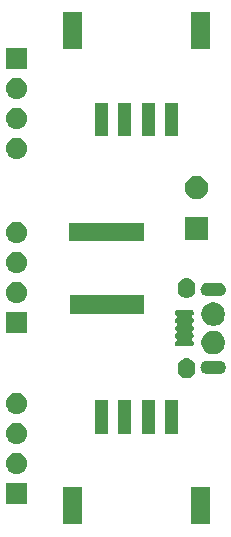
<source format=gbr>
G04 #@! TF.GenerationSoftware,KiCad,Pcbnew,5.0.1*
G04 #@! TF.CreationDate,2018-11-17T00:42:23+11:00*
G04 #@! TF.ProjectId,grove-level-shifter,67726F76652D6C6576656C2D73686966,rev?*
G04 #@! TF.SameCoordinates,Original*
G04 #@! TF.FileFunction,Soldermask,Top*
G04 #@! TF.FilePolarity,Negative*
%FSLAX46Y46*%
G04 Gerber Fmt 4.6, Leading zero omitted, Abs format (unit mm)*
G04 Created by KiCad (PCBNEW 5.0.1) date Sat 17 Nov 2018 00:42:23 AEDT*
%MOMM*%
%LPD*%
G01*
G04 APERTURE LIST*
%ADD10C,0.050000*%
G04 APERTURE END LIST*
D10*
G36*
X46837800Y-69909890D02*
X45237200Y-69909890D01*
X45237200Y-66808150D01*
X46837800Y-66808150D01*
X46837800Y-69909890D01*
X46837800Y-69909890D01*
G37*
G36*
X36042800Y-69909890D02*
X34442200Y-69909890D01*
X34442200Y-66808150D01*
X36042800Y-66808150D01*
X36042800Y-69909890D01*
X36042800Y-69909890D01*
G37*
G36*
X31381000Y-68211000D02*
X29579000Y-68211000D01*
X29579000Y-66409000D01*
X31381000Y-66409000D01*
X31381000Y-68211000D01*
X31381000Y-68211000D01*
G37*
G36*
X30590442Y-63875518D02*
X30656627Y-63882037D01*
X30769853Y-63916384D01*
X30826467Y-63933557D01*
X30965087Y-64007652D01*
X30982991Y-64017222D01*
X31018729Y-64046552D01*
X31120186Y-64129814D01*
X31203448Y-64231271D01*
X31232778Y-64267009D01*
X31232779Y-64267011D01*
X31316443Y-64423533D01*
X31316443Y-64423534D01*
X31367963Y-64593373D01*
X31385359Y-64770000D01*
X31367963Y-64946627D01*
X31333616Y-65059853D01*
X31316443Y-65116467D01*
X31242348Y-65255087D01*
X31232778Y-65272991D01*
X31203448Y-65308729D01*
X31120186Y-65410186D01*
X31018729Y-65493448D01*
X30982991Y-65522778D01*
X30982989Y-65522779D01*
X30826467Y-65606443D01*
X30769853Y-65623616D01*
X30656627Y-65657963D01*
X30590442Y-65664482D01*
X30524260Y-65671000D01*
X30435740Y-65671000D01*
X30369558Y-65664482D01*
X30303373Y-65657963D01*
X30190147Y-65623616D01*
X30133533Y-65606443D01*
X29977011Y-65522779D01*
X29977009Y-65522778D01*
X29941271Y-65493448D01*
X29839814Y-65410186D01*
X29756552Y-65308729D01*
X29727222Y-65272991D01*
X29717652Y-65255087D01*
X29643557Y-65116467D01*
X29626384Y-65059853D01*
X29592037Y-64946627D01*
X29574641Y-64770000D01*
X29592037Y-64593373D01*
X29643557Y-64423534D01*
X29643557Y-64423533D01*
X29727221Y-64267011D01*
X29727222Y-64267009D01*
X29756552Y-64231271D01*
X29839814Y-64129814D01*
X29941271Y-64046552D01*
X29977009Y-64017222D01*
X29994913Y-64007652D01*
X30133533Y-63933557D01*
X30190147Y-63916384D01*
X30303373Y-63882037D01*
X30369558Y-63875518D01*
X30435740Y-63869000D01*
X30524260Y-63869000D01*
X30590442Y-63875518D01*
X30590442Y-63875518D01*
G37*
G36*
X30590443Y-61335519D02*
X30656627Y-61342037D01*
X30769853Y-61376384D01*
X30826467Y-61393557D01*
X30965087Y-61467652D01*
X30982991Y-61477222D01*
X31018729Y-61506552D01*
X31120186Y-61589814D01*
X31203448Y-61691271D01*
X31232778Y-61727009D01*
X31232779Y-61727011D01*
X31316443Y-61883533D01*
X31316443Y-61883534D01*
X31367963Y-62053373D01*
X31385359Y-62230000D01*
X31367963Y-62406627D01*
X31333616Y-62519853D01*
X31316443Y-62576467D01*
X31242348Y-62715087D01*
X31232778Y-62732991D01*
X31203448Y-62768729D01*
X31120186Y-62870186D01*
X31018729Y-62953448D01*
X30982991Y-62982778D01*
X30982989Y-62982779D01*
X30826467Y-63066443D01*
X30769853Y-63083616D01*
X30656627Y-63117963D01*
X30590443Y-63124481D01*
X30524260Y-63131000D01*
X30435740Y-63131000D01*
X30369557Y-63124481D01*
X30303373Y-63117963D01*
X30190147Y-63083616D01*
X30133533Y-63066443D01*
X29977011Y-62982779D01*
X29977009Y-62982778D01*
X29941271Y-62953448D01*
X29839814Y-62870186D01*
X29756552Y-62768729D01*
X29727222Y-62732991D01*
X29717652Y-62715087D01*
X29643557Y-62576467D01*
X29626384Y-62519853D01*
X29592037Y-62406627D01*
X29574641Y-62230000D01*
X29592037Y-62053373D01*
X29643557Y-61883534D01*
X29643557Y-61883533D01*
X29727221Y-61727011D01*
X29727222Y-61727009D01*
X29756552Y-61691271D01*
X29839814Y-61589814D01*
X29941271Y-61506552D01*
X29977009Y-61477222D01*
X29994913Y-61467652D01*
X30133533Y-61393557D01*
X30190147Y-61376384D01*
X30303373Y-61342037D01*
X30369557Y-61335519D01*
X30435740Y-61329000D01*
X30524260Y-61329000D01*
X30590443Y-61335519D01*
X30590443Y-61335519D01*
G37*
G36*
X44194930Y-62281000D02*
X43084550Y-62281000D01*
X43084550Y-59440880D01*
X44194930Y-59440880D01*
X44194930Y-62281000D01*
X44194930Y-62281000D01*
G37*
G36*
X42193410Y-62281000D02*
X41083030Y-62281000D01*
X41083030Y-59440880D01*
X42193410Y-59440880D01*
X42193410Y-62281000D01*
X42193410Y-62281000D01*
G37*
G36*
X40196970Y-62281000D02*
X39086590Y-62281000D01*
X39086590Y-59440880D01*
X40196970Y-59440880D01*
X40196970Y-62281000D01*
X40196970Y-62281000D01*
G37*
G36*
X38195450Y-62281000D02*
X37085070Y-62281000D01*
X37085070Y-59440880D01*
X38195450Y-59440880D01*
X38195450Y-62281000D01*
X38195450Y-62281000D01*
G37*
G36*
X30590442Y-58795518D02*
X30656627Y-58802037D01*
X30769853Y-58836384D01*
X30826467Y-58853557D01*
X30965087Y-58927652D01*
X30982991Y-58937222D01*
X31018729Y-58966552D01*
X31120186Y-59049814D01*
X31203448Y-59151271D01*
X31232778Y-59187009D01*
X31232779Y-59187011D01*
X31316443Y-59343533D01*
X31316443Y-59343534D01*
X31367963Y-59513373D01*
X31385359Y-59690000D01*
X31367963Y-59866627D01*
X31333616Y-59979853D01*
X31316443Y-60036467D01*
X31242348Y-60175087D01*
X31232778Y-60192991D01*
X31203448Y-60228729D01*
X31120186Y-60330186D01*
X31018729Y-60413448D01*
X30982991Y-60442778D01*
X30982989Y-60442779D01*
X30826467Y-60526443D01*
X30769853Y-60543616D01*
X30656627Y-60577963D01*
X30590443Y-60584481D01*
X30524260Y-60591000D01*
X30435740Y-60591000D01*
X30369557Y-60584481D01*
X30303373Y-60577963D01*
X30190147Y-60543616D01*
X30133533Y-60526443D01*
X29977011Y-60442779D01*
X29977009Y-60442778D01*
X29941271Y-60413448D01*
X29839814Y-60330186D01*
X29756552Y-60228729D01*
X29727222Y-60192991D01*
X29717652Y-60175087D01*
X29643557Y-60036467D01*
X29626384Y-59979853D01*
X29592037Y-59866627D01*
X29574641Y-59690000D01*
X29592037Y-59513373D01*
X29643557Y-59343534D01*
X29643557Y-59343533D01*
X29727221Y-59187011D01*
X29727222Y-59187009D01*
X29756552Y-59151271D01*
X29839814Y-59049814D01*
X29941271Y-58966552D01*
X29977009Y-58937222D01*
X29994913Y-58927652D01*
X30133533Y-58853557D01*
X30190147Y-58836384D01*
X30303373Y-58802037D01*
X30369558Y-58795518D01*
X30435740Y-58789000D01*
X30524260Y-58789000D01*
X30590442Y-58795518D01*
X30590442Y-58795518D01*
G37*
G36*
X45023898Y-55899553D02*
X45165417Y-55942483D01*
X45295844Y-56012197D01*
X45410163Y-56106017D01*
X45503983Y-56220336D01*
X45573697Y-56350763D01*
X45616627Y-56492283D01*
X45627490Y-56602582D01*
X45627490Y-56874459D01*
X45616627Y-56984758D01*
X45573697Y-57126277D01*
X45503983Y-57256704D01*
X45410166Y-57371020D01*
X45410164Y-57371021D01*
X45410163Y-57371023D01*
X45410159Y-57371026D01*
X45295839Y-57464845D01*
X45165416Y-57534557D01*
X45023897Y-57577487D01*
X44876720Y-57591982D01*
X44729542Y-57577487D01*
X44588023Y-57534557D01*
X44457596Y-57464843D01*
X44343280Y-57371026D01*
X44343279Y-57371024D01*
X44343277Y-57371023D01*
X44296367Y-57313862D01*
X44249455Y-57256699D01*
X44179743Y-57126276D01*
X44136813Y-56984757D01*
X44125950Y-56874458D01*
X44125950Y-56602581D01*
X44136813Y-56492282D01*
X44179743Y-56350763D01*
X44249457Y-56220336D01*
X44343274Y-56106020D01*
X44343276Y-56106019D01*
X44343277Y-56106017D01*
X44400437Y-56059108D01*
X44457601Y-56012195D01*
X44588024Y-55942483D01*
X44729543Y-55899553D01*
X44876720Y-55885058D01*
X45023898Y-55899553D01*
X45023898Y-55899553D01*
G37*
G36*
X47742200Y-56088548D02*
X47742203Y-56088549D01*
X47847575Y-56120513D01*
X47944686Y-56172420D01*
X48029805Y-56242275D01*
X48099660Y-56327394D01*
X48144863Y-56411963D01*
X48151566Y-56424503D01*
X48183532Y-56529880D01*
X48194324Y-56639460D01*
X48183532Y-56749040D01*
X48183531Y-56749043D01*
X48151567Y-56854415D01*
X48099660Y-56951526D01*
X48029805Y-57036645D01*
X47944686Y-57106500D01*
X47847575Y-57158407D01*
X47761817Y-57184421D01*
X47742200Y-57190372D01*
X47660078Y-57198460D01*
X46589162Y-57198460D01*
X46507040Y-57190372D01*
X46487423Y-57184421D01*
X46401665Y-57158407D01*
X46304554Y-57106500D01*
X46219435Y-57036645D01*
X46149580Y-56951526D01*
X46097673Y-56854415D01*
X46065709Y-56749043D01*
X46065708Y-56749040D01*
X46054916Y-56639460D01*
X46065708Y-56529880D01*
X46097674Y-56424503D01*
X46104377Y-56411963D01*
X46149580Y-56327394D01*
X46219435Y-56242275D01*
X46304554Y-56172420D01*
X46401665Y-56120513D01*
X46507037Y-56088549D01*
X46507040Y-56088548D01*
X46589162Y-56080460D01*
X47660078Y-56080460D01*
X47742200Y-56088548D01*
X47742200Y-56088548D01*
G37*
G36*
X47416588Y-53576386D02*
X47598751Y-53651840D01*
X47762698Y-53761386D01*
X47902114Y-53900802D01*
X48011660Y-54064749D01*
X48087114Y-54246912D01*
X48125580Y-54440293D01*
X48125580Y-54637467D01*
X48087114Y-54830848D01*
X48011660Y-55013011D01*
X47902114Y-55176958D01*
X47762698Y-55316374D01*
X47598751Y-55425920D01*
X47416588Y-55501374D01*
X47223207Y-55539840D01*
X47026033Y-55539840D01*
X46832652Y-55501374D01*
X46650489Y-55425920D01*
X46486542Y-55316374D01*
X46347126Y-55176958D01*
X46237580Y-55013011D01*
X46162126Y-54830848D01*
X46123660Y-54637467D01*
X46123660Y-54440293D01*
X46162126Y-54246912D01*
X46237580Y-54064749D01*
X46347126Y-53900802D01*
X46486542Y-53761386D01*
X46650489Y-53651840D01*
X46832652Y-53576386D01*
X47026033Y-53537920D01*
X47223207Y-53537920D01*
X47416588Y-53576386D01*
X47416588Y-53576386D01*
G37*
G36*
X45273390Y-51792878D02*
X45297915Y-51795293D01*
X45345114Y-51809611D01*
X45388612Y-51832861D01*
X45426739Y-51864151D01*
X45458029Y-51902278D01*
X45481279Y-51945776D01*
X45495597Y-51992975D01*
X45500431Y-52042060D01*
X45495597Y-52091145D01*
X45481279Y-52138344D01*
X45458029Y-52181842D01*
X45426739Y-52219969D01*
X45388612Y-52251259D01*
X45377981Y-52256941D01*
X45357608Y-52270554D01*
X45340281Y-52287881D01*
X45326667Y-52308255D01*
X45317290Y-52330894D01*
X45312509Y-52354928D01*
X45312509Y-52379432D01*
X45317289Y-52403465D01*
X45326667Y-52426104D01*
X45340281Y-52446479D01*
X45357608Y-52463806D01*
X45377981Y-52477419D01*
X45388612Y-52483101D01*
X45426739Y-52514391D01*
X45458029Y-52552518D01*
X45481279Y-52596016D01*
X45495597Y-52643215D01*
X45500431Y-52692300D01*
X45495597Y-52741385D01*
X45481279Y-52788584D01*
X45458029Y-52832082D01*
X45426739Y-52870209D01*
X45388612Y-52901499D01*
X45380357Y-52905911D01*
X45359984Y-52919524D01*
X45342657Y-52936851D01*
X45329043Y-52957225D01*
X45319666Y-52979864D01*
X45314885Y-53003898D01*
X45314885Y-53028402D01*
X45319665Y-53052435D01*
X45329043Y-53075074D01*
X45342657Y-53095449D01*
X45359984Y-53112776D01*
X45380357Y-53126389D01*
X45388612Y-53130801D01*
X45426739Y-53162091D01*
X45458029Y-53200218D01*
X45481279Y-53243716D01*
X45495597Y-53290915D01*
X45500431Y-53340000D01*
X45495597Y-53389085D01*
X45481279Y-53436284D01*
X45458029Y-53479782D01*
X45426739Y-53517909D01*
X45388612Y-53549199D01*
X45380357Y-53553611D01*
X45359984Y-53567224D01*
X45342657Y-53584551D01*
X45329043Y-53604925D01*
X45319666Y-53627564D01*
X45314885Y-53651598D01*
X45314885Y-53676102D01*
X45319665Y-53700135D01*
X45329043Y-53722774D01*
X45342657Y-53743149D01*
X45359984Y-53760476D01*
X45380357Y-53774089D01*
X45388612Y-53778501D01*
X45426739Y-53809791D01*
X45458029Y-53847918D01*
X45481279Y-53891416D01*
X45495597Y-53938615D01*
X45500431Y-53987700D01*
X45495597Y-54036785D01*
X45481279Y-54083984D01*
X45458029Y-54127482D01*
X45426739Y-54165609D01*
X45388612Y-54196899D01*
X45377981Y-54202581D01*
X45357608Y-54216194D01*
X45340281Y-54233521D01*
X45326667Y-54253895D01*
X45317290Y-54276534D01*
X45312509Y-54300568D01*
X45312509Y-54325072D01*
X45317289Y-54349105D01*
X45326667Y-54371744D01*
X45340281Y-54392119D01*
X45357608Y-54409446D01*
X45377981Y-54423059D01*
X45388612Y-54428741D01*
X45426739Y-54460031D01*
X45458029Y-54498158D01*
X45481279Y-54541656D01*
X45495597Y-54588855D01*
X45500431Y-54637940D01*
X45495597Y-54687025D01*
X45481279Y-54734224D01*
X45458029Y-54777722D01*
X45426739Y-54815849D01*
X45388612Y-54847139D01*
X45345114Y-54870389D01*
X45297915Y-54884707D01*
X45273390Y-54887122D01*
X45261128Y-54888330D01*
X44136712Y-54888330D01*
X44124450Y-54887122D01*
X44099925Y-54884707D01*
X44052726Y-54870389D01*
X44009228Y-54847139D01*
X43971101Y-54815849D01*
X43939811Y-54777722D01*
X43916561Y-54734224D01*
X43902243Y-54687025D01*
X43897409Y-54637940D01*
X43902243Y-54588855D01*
X43916561Y-54541656D01*
X43939811Y-54498158D01*
X43971101Y-54460031D01*
X44009228Y-54428741D01*
X44019859Y-54423059D01*
X44040232Y-54409446D01*
X44057559Y-54392119D01*
X44071173Y-54371745D01*
X44080550Y-54349106D01*
X44085331Y-54325072D01*
X44085331Y-54300568D01*
X44080551Y-54276535D01*
X44071173Y-54253896D01*
X44057559Y-54233521D01*
X44040232Y-54216194D01*
X44019859Y-54202581D01*
X44009228Y-54196899D01*
X43971101Y-54165609D01*
X43939811Y-54127482D01*
X43916561Y-54083984D01*
X43902243Y-54036785D01*
X43897409Y-53987700D01*
X43902243Y-53938615D01*
X43916561Y-53891416D01*
X43939811Y-53847918D01*
X43971101Y-53809791D01*
X44009228Y-53778501D01*
X44017483Y-53774089D01*
X44037856Y-53760476D01*
X44055183Y-53743149D01*
X44068797Y-53722775D01*
X44078174Y-53700136D01*
X44082955Y-53676102D01*
X44082955Y-53651598D01*
X44078175Y-53627565D01*
X44068797Y-53604926D01*
X44055183Y-53584551D01*
X44037856Y-53567224D01*
X44017483Y-53553611D01*
X44009228Y-53549199D01*
X43971101Y-53517909D01*
X43939811Y-53479782D01*
X43916561Y-53436284D01*
X43902243Y-53389085D01*
X43897409Y-53340000D01*
X43902243Y-53290915D01*
X43916561Y-53243716D01*
X43939811Y-53200218D01*
X43971101Y-53162091D01*
X44009228Y-53130801D01*
X44017483Y-53126389D01*
X44037856Y-53112776D01*
X44055183Y-53095449D01*
X44068797Y-53075075D01*
X44078174Y-53052436D01*
X44082955Y-53028402D01*
X44082955Y-53003898D01*
X44078175Y-52979865D01*
X44068797Y-52957226D01*
X44055183Y-52936851D01*
X44037856Y-52919524D01*
X44017483Y-52905911D01*
X44009228Y-52901499D01*
X43971101Y-52870209D01*
X43939811Y-52832082D01*
X43916561Y-52788584D01*
X43902243Y-52741385D01*
X43897409Y-52692300D01*
X43902243Y-52643215D01*
X43916561Y-52596016D01*
X43939811Y-52552518D01*
X43971101Y-52514391D01*
X44009228Y-52483101D01*
X44019859Y-52477419D01*
X44040232Y-52463806D01*
X44057559Y-52446479D01*
X44071173Y-52426105D01*
X44080550Y-52403466D01*
X44085331Y-52379432D01*
X44085331Y-52354928D01*
X44080551Y-52330895D01*
X44071173Y-52308256D01*
X44057559Y-52287881D01*
X44040232Y-52270554D01*
X44019859Y-52256941D01*
X44009228Y-52251259D01*
X43971101Y-52219969D01*
X43939811Y-52181842D01*
X43916561Y-52138344D01*
X43902243Y-52091145D01*
X43897409Y-52042060D01*
X43902243Y-51992975D01*
X43916561Y-51945776D01*
X43939811Y-51902278D01*
X43971101Y-51864151D01*
X44009228Y-51832861D01*
X44052726Y-51809611D01*
X44099925Y-51795293D01*
X44124450Y-51792878D01*
X44136712Y-51791670D01*
X45261128Y-51791670D01*
X45273390Y-51792878D01*
X45273390Y-51792878D01*
G37*
G36*
X31381000Y-53733000D02*
X29579000Y-53733000D01*
X29579000Y-51931000D01*
X31381000Y-51931000D01*
X31381000Y-53733000D01*
X31381000Y-53733000D01*
G37*
G36*
X47416588Y-51178626D02*
X47598751Y-51254080D01*
X47762698Y-51363626D01*
X47902114Y-51503042D01*
X48011660Y-51666989D01*
X48087114Y-51849152D01*
X48125580Y-52042533D01*
X48125580Y-52239707D01*
X48087114Y-52433088D01*
X48011660Y-52615251D01*
X47902114Y-52779198D01*
X47762698Y-52918614D01*
X47598751Y-53028160D01*
X47416588Y-53103614D01*
X47223207Y-53142080D01*
X47026033Y-53142080D01*
X46832652Y-53103614D01*
X46650489Y-53028160D01*
X46486542Y-52918614D01*
X46347126Y-52779198D01*
X46237580Y-52615251D01*
X46162126Y-52433088D01*
X46123660Y-52239707D01*
X46123660Y-52042533D01*
X46162126Y-51849152D01*
X46237580Y-51666989D01*
X46347126Y-51503042D01*
X46486542Y-51363626D01*
X46650489Y-51254080D01*
X46832652Y-51178626D01*
X47026033Y-51140160D01*
X47223207Y-51140160D01*
X47416588Y-51178626D01*
X47416588Y-51178626D01*
G37*
G36*
X41248530Y-52123540D02*
X34966710Y-52123540D01*
X34966710Y-50522940D01*
X41248530Y-50522940D01*
X41248530Y-52123540D01*
X41248530Y-52123540D01*
G37*
G36*
X30590442Y-49397518D02*
X30656627Y-49404037D01*
X30769853Y-49438384D01*
X30826467Y-49455557D01*
X30890208Y-49489628D01*
X30982991Y-49539222D01*
X31018729Y-49568552D01*
X31120186Y-49651814D01*
X31183097Y-49728473D01*
X31232778Y-49789009D01*
X31232779Y-49789011D01*
X31316443Y-49945533D01*
X31316443Y-49945534D01*
X31367963Y-50115373D01*
X31385359Y-50292000D01*
X31367963Y-50468627D01*
X31351487Y-50522940D01*
X31316443Y-50638467D01*
X31300762Y-50667803D01*
X31232778Y-50794991D01*
X31203448Y-50830729D01*
X31120186Y-50932186D01*
X31018729Y-51015448D01*
X30982991Y-51044778D01*
X30982989Y-51044779D01*
X30826467Y-51128443D01*
X30787840Y-51140160D01*
X30656627Y-51179963D01*
X30590443Y-51186481D01*
X30524260Y-51193000D01*
X30435740Y-51193000D01*
X30369558Y-51186482D01*
X30303373Y-51179963D01*
X30172160Y-51140160D01*
X30133533Y-51128443D01*
X29977011Y-51044779D01*
X29977009Y-51044778D01*
X29941271Y-51015448D01*
X29839814Y-50932186D01*
X29756552Y-50830729D01*
X29727222Y-50794991D01*
X29659238Y-50667803D01*
X29643557Y-50638467D01*
X29608513Y-50522940D01*
X29592037Y-50468627D01*
X29574641Y-50292000D01*
X29592037Y-50115373D01*
X29643557Y-49945534D01*
X29643557Y-49945533D01*
X29727221Y-49789011D01*
X29727222Y-49789009D01*
X29776903Y-49728473D01*
X29839814Y-49651814D01*
X29941271Y-49568552D01*
X29977009Y-49539222D01*
X30069792Y-49489628D01*
X30133533Y-49455557D01*
X30190147Y-49438384D01*
X30303373Y-49404037D01*
X30369558Y-49397518D01*
X30435740Y-49391000D01*
X30524260Y-49391000D01*
X30590442Y-49397518D01*
X30590442Y-49397518D01*
G37*
G36*
X45023898Y-49102513D02*
X45165417Y-49145443D01*
X45295844Y-49215157D01*
X45410163Y-49308977D01*
X45503983Y-49423296D01*
X45573697Y-49553723D01*
X45616627Y-49695243D01*
X45627490Y-49805542D01*
X45627490Y-50077419D01*
X45616627Y-50187718D01*
X45573697Y-50329237D01*
X45503983Y-50459664D01*
X45410166Y-50573980D01*
X45410164Y-50573981D01*
X45410163Y-50573983D01*
X45379021Y-50599540D01*
X45295839Y-50667805D01*
X45165416Y-50737517D01*
X45023897Y-50780447D01*
X44876720Y-50794942D01*
X44729542Y-50780447D01*
X44588023Y-50737517D01*
X44457596Y-50667803D01*
X44343280Y-50573986D01*
X44343279Y-50573984D01*
X44343277Y-50573983D01*
X44296367Y-50516822D01*
X44249455Y-50459659D01*
X44179743Y-50329236D01*
X44136813Y-50187717D01*
X44125950Y-50077418D01*
X44125950Y-49805541D01*
X44136813Y-49695242D01*
X44179743Y-49553723D01*
X44249457Y-49423296D01*
X44343274Y-49308980D01*
X44343276Y-49308979D01*
X44343277Y-49308977D01*
X44400437Y-49262068D01*
X44457601Y-49215155D01*
X44588024Y-49145443D01*
X44729543Y-49102513D01*
X44876720Y-49088018D01*
X45023898Y-49102513D01*
X45023898Y-49102513D01*
G37*
G36*
X47742200Y-49489628D02*
X47742203Y-49489629D01*
X47847575Y-49521593D01*
X47944686Y-49573500D01*
X47944688Y-49573501D01*
X47944687Y-49573501D01*
X48029805Y-49643355D01*
X48099659Y-49728473D01*
X48151566Y-49825583D01*
X48183532Y-49930960D01*
X48194324Y-50040540D01*
X48183532Y-50150120D01*
X48183531Y-50150123D01*
X48151567Y-50255495D01*
X48099660Y-50352606D01*
X48029805Y-50437725D01*
X47944686Y-50507580D01*
X47847575Y-50559487D01*
X47761817Y-50585501D01*
X47742200Y-50591452D01*
X47660078Y-50599540D01*
X46589162Y-50599540D01*
X46507040Y-50591452D01*
X46487423Y-50585501D01*
X46401665Y-50559487D01*
X46304554Y-50507580D01*
X46219435Y-50437725D01*
X46149580Y-50352606D01*
X46097673Y-50255495D01*
X46065709Y-50150123D01*
X46065708Y-50150120D01*
X46054916Y-50040540D01*
X46065708Y-49930960D01*
X46097674Y-49825583D01*
X46149581Y-49728473D01*
X46219435Y-49643355D01*
X46304553Y-49573501D01*
X46304552Y-49573501D01*
X46304554Y-49573500D01*
X46401665Y-49521593D01*
X46507037Y-49489629D01*
X46507040Y-49489628D01*
X46589162Y-49481540D01*
X47660078Y-49481540D01*
X47742200Y-49489628D01*
X47742200Y-49489628D01*
G37*
G36*
X30590442Y-46857518D02*
X30656627Y-46864037D01*
X30769853Y-46898384D01*
X30826467Y-46915557D01*
X30965087Y-46989652D01*
X30982991Y-46999222D01*
X31018729Y-47028552D01*
X31120186Y-47111814D01*
X31203448Y-47213271D01*
X31232778Y-47249009D01*
X31232779Y-47249011D01*
X31316443Y-47405533D01*
X31316443Y-47405534D01*
X31367963Y-47575373D01*
X31385359Y-47752000D01*
X31367963Y-47928627D01*
X31333616Y-48041853D01*
X31316443Y-48098467D01*
X31242348Y-48237087D01*
X31232778Y-48254991D01*
X31203448Y-48290729D01*
X31120186Y-48392186D01*
X31018729Y-48475448D01*
X30982991Y-48504778D01*
X30982989Y-48504779D01*
X30826467Y-48588443D01*
X30769853Y-48605616D01*
X30656627Y-48639963D01*
X30590443Y-48646481D01*
X30524260Y-48653000D01*
X30435740Y-48653000D01*
X30369557Y-48646481D01*
X30303373Y-48639963D01*
X30190147Y-48605616D01*
X30133533Y-48588443D01*
X29977011Y-48504779D01*
X29977009Y-48504778D01*
X29941271Y-48475448D01*
X29839814Y-48392186D01*
X29756552Y-48290729D01*
X29727222Y-48254991D01*
X29717652Y-48237087D01*
X29643557Y-48098467D01*
X29626384Y-48041853D01*
X29592037Y-47928627D01*
X29574641Y-47752000D01*
X29592037Y-47575373D01*
X29643557Y-47405534D01*
X29643557Y-47405533D01*
X29727221Y-47249011D01*
X29727222Y-47249009D01*
X29756552Y-47213271D01*
X29839814Y-47111814D01*
X29941271Y-47028552D01*
X29977009Y-46999222D01*
X29994913Y-46989652D01*
X30133533Y-46915557D01*
X30190147Y-46898384D01*
X30303373Y-46864037D01*
X30369558Y-46857518D01*
X30435740Y-46851000D01*
X30524260Y-46851000D01*
X30590442Y-46857518D01*
X30590442Y-46857518D01*
G37*
G36*
X30590443Y-44317519D02*
X30656627Y-44324037D01*
X30769853Y-44358384D01*
X30826467Y-44375557D01*
X30965087Y-44449652D01*
X30982991Y-44459222D01*
X31018729Y-44488552D01*
X31120186Y-44571814D01*
X31203448Y-44673271D01*
X31232778Y-44709009D01*
X31232779Y-44709011D01*
X31316443Y-44865533D01*
X31316443Y-44865534D01*
X31367963Y-45035373D01*
X31385359Y-45212000D01*
X31367963Y-45388627D01*
X31333616Y-45501853D01*
X31316443Y-45558467D01*
X31242348Y-45697087D01*
X31232778Y-45714991D01*
X31203448Y-45750729D01*
X31120186Y-45852186D01*
X31018729Y-45935448D01*
X30982991Y-45964778D01*
X30982989Y-45964779D01*
X30826467Y-46048443D01*
X30769853Y-46065616D01*
X30656627Y-46099963D01*
X30590442Y-46106482D01*
X30524260Y-46113000D01*
X30435740Y-46113000D01*
X30369558Y-46106482D01*
X30303373Y-46099963D01*
X30190147Y-46065616D01*
X30133533Y-46048443D01*
X29977011Y-45964779D01*
X29977009Y-45964778D01*
X29941271Y-45935448D01*
X29839814Y-45852186D01*
X29756552Y-45750729D01*
X29727222Y-45714991D01*
X29717652Y-45697087D01*
X29643557Y-45558467D01*
X29626384Y-45501853D01*
X29592037Y-45388627D01*
X29574641Y-45212000D01*
X29592037Y-45035373D01*
X29643557Y-44865534D01*
X29643557Y-44865533D01*
X29727221Y-44709011D01*
X29727222Y-44709009D01*
X29756552Y-44673271D01*
X29839814Y-44571814D01*
X29941271Y-44488552D01*
X29977009Y-44459222D01*
X29994913Y-44449652D01*
X30133533Y-44375557D01*
X30190147Y-44358384D01*
X30303373Y-44324037D01*
X30369557Y-44317519D01*
X30435740Y-44311000D01*
X30524260Y-44311000D01*
X30590443Y-44317519D01*
X30590443Y-44317519D01*
G37*
G36*
X41248530Y-45997060D02*
X34951470Y-45997060D01*
X34951470Y-44396460D01*
X41248530Y-44396460D01*
X41248530Y-45997060D01*
X41248530Y-45997060D01*
G37*
G36*
X46695560Y-45903080D02*
X44744440Y-45903080D01*
X44744440Y-43951960D01*
X46695560Y-43951960D01*
X46695560Y-45903080D01*
X46695560Y-45903080D01*
G37*
G36*
X46004557Y-40494410D02*
X46004559Y-40494411D01*
X46004560Y-40494411D01*
X46182101Y-40567950D01*
X46182102Y-40567951D01*
X46341886Y-40674715D01*
X46477765Y-40810594D01*
X46477767Y-40810597D01*
X46584530Y-40970379D01*
X46658069Y-41147920D01*
X46695560Y-41336396D01*
X46695560Y-41528564D01*
X46658069Y-41717040D01*
X46584530Y-41894581D01*
X46584529Y-41894582D01*
X46477765Y-42054366D01*
X46341886Y-42190245D01*
X46341883Y-42190247D01*
X46182101Y-42297010D01*
X46004560Y-42370549D01*
X46004559Y-42370549D01*
X46004557Y-42370550D01*
X45816086Y-42408040D01*
X45623914Y-42408040D01*
X45435443Y-42370550D01*
X45435441Y-42370549D01*
X45435440Y-42370549D01*
X45257899Y-42297010D01*
X45098117Y-42190247D01*
X45098114Y-42190245D01*
X44962235Y-42054366D01*
X44855471Y-41894582D01*
X44855470Y-41894581D01*
X44781931Y-41717040D01*
X44744440Y-41528564D01*
X44744440Y-41336396D01*
X44781931Y-41147920D01*
X44855470Y-40970379D01*
X44962233Y-40810597D01*
X44962235Y-40810594D01*
X45098114Y-40674715D01*
X45257898Y-40567951D01*
X45257899Y-40567950D01*
X45435440Y-40494411D01*
X45435441Y-40494411D01*
X45435443Y-40494410D01*
X45623914Y-40456920D01*
X45816086Y-40456920D01*
X46004557Y-40494410D01*
X46004557Y-40494410D01*
G37*
G36*
X30590442Y-37205518D02*
X30656627Y-37212037D01*
X30769853Y-37246384D01*
X30826467Y-37263557D01*
X30965087Y-37337652D01*
X30982991Y-37347222D01*
X31018729Y-37376552D01*
X31120186Y-37459814D01*
X31203448Y-37561271D01*
X31232778Y-37597009D01*
X31232779Y-37597011D01*
X31316443Y-37753533D01*
X31316443Y-37753534D01*
X31367963Y-37923373D01*
X31385359Y-38100000D01*
X31367963Y-38276627D01*
X31333616Y-38389853D01*
X31316443Y-38446467D01*
X31242348Y-38585087D01*
X31232778Y-38602991D01*
X31203448Y-38638729D01*
X31120186Y-38740186D01*
X31018729Y-38823448D01*
X30982991Y-38852778D01*
X30982989Y-38852779D01*
X30826467Y-38936443D01*
X30769853Y-38953616D01*
X30656627Y-38987963D01*
X30590443Y-38994481D01*
X30524260Y-39001000D01*
X30435740Y-39001000D01*
X30369557Y-38994481D01*
X30303373Y-38987963D01*
X30190147Y-38953616D01*
X30133533Y-38936443D01*
X29977011Y-38852779D01*
X29977009Y-38852778D01*
X29941271Y-38823448D01*
X29839814Y-38740186D01*
X29756552Y-38638729D01*
X29727222Y-38602991D01*
X29717652Y-38585087D01*
X29643557Y-38446467D01*
X29626384Y-38389853D01*
X29592037Y-38276627D01*
X29574641Y-38100000D01*
X29592037Y-37923373D01*
X29643557Y-37753534D01*
X29643557Y-37753533D01*
X29727221Y-37597011D01*
X29727222Y-37597009D01*
X29756552Y-37561271D01*
X29839814Y-37459814D01*
X29941271Y-37376552D01*
X29977009Y-37347222D01*
X29994913Y-37337652D01*
X30133533Y-37263557D01*
X30190147Y-37246384D01*
X30303373Y-37212037D01*
X30369558Y-37205518D01*
X30435740Y-37199000D01*
X30524260Y-37199000D01*
X30590442Y-37205518D01*
X30590442Y-37205518D01*
G37*
G36*
X38195450Y-37079120D02*
X37085070Y-37079120D01*
X37085070Y-34239000D01*
X38195450Y-34239000D01*
X38195450Y-37079120D01*
X38195450Y-37079120D01*
G37*
G36*
X44194930Y-37079120D02*
X43084550Y-37079120D01*
X43084550Y-34239000D01*
X44194930Y-34239000D01*
X44194930Y-37079120D01*
X44194930Y-37079120D01*
G37*
G36*
X42193410Y-37079120D02*
X41083030Y-37079120D01*
X41083030Y-34239000D01*
X42193410Y-34239000D01*
X42193410Y-37079120D01*
X42193410Y-37079120D01*
G37*
G36*
X40196970Y-37079120D02*
X39086590Y-37079120D01*
X39086590Y-34239000D01*
X40196970Y-34239000D01*
X40196970Y-37079120D01*
X40196970Y-37079120D01*
G37*
G36*
X30590443Y-34665519D02*
X30656627Y-34672037D01*
X30769853Y-34706384D01*
X30826467Y-34723557D01*
X30965087Y-34797652D01*
X30982991Y-34807222D01*
X31018729Y-34836552D01*
X31120186Y-34919814D01*
X31203448Y-35021271D01*
X31232778Y-35057009D01*
X31232779Y-35057011D01*
X31316443Y-35213533D01*
X31316443Y-35213534D01*
X31367963Y-35383373D01*
X31385359Y-35560000D01*
X31367963Y-35736627D01*
X31333616Y-35849853D01*
X31316443Y-35906467D01*
X31242348Y-36045087D01*
X31232778Y-36062991D01*
X31203448Y-36098729D01*
X31120186Y-36200186D01*
X31018729Y-36283448D01*
X30982991Y-36312778D01*
X30982989Y-36312779D01*
X30826467Y-36396443D01*
X30769853Y-36413616D01*
X30656627Y-36447963D01*
X30590442Y-36454482D01*
X30524260Y-36461000D01*
X30435740Y-36461000D01*
X30369558Y-36454482D01*
X30303373Y-36447963D01*
X30190147Y-36413616D01*
X30133533Y-36396443D01*
X29977011Y-36312779D01*
X29977009Y-36312778D01*
X29941271Y-36283448D01*
X29839814Y-36200186D01*
X29756552Y-36098729D01*
X29727222Y-36062991D01*
X29717652Y-36045087D01*
X29643557Y-35906467D01*
X29626384Y-35849853D01*
X29592037Y-35736627D01*
X29574641Y-35560000D01*
X29592037Y-35383373D01*
X29643557Y-35213534D01*
X29643557Y-35213533D01*
X29727221Y-35057011D01*
X29727222Y-35057009D01*
X29756552Y-35021271D01*
X29839814Y-34919814D01*
X29941271Y-34836552D01*
X29977009Y-34807222D01*
X29994913Y-34797652D01*
X30133533Y-34723557D01*
X30190147Y-34706384D01*
X30303373Y-34672037D01*
X30369557Y-34665519D01*
X30435740Y-34659000D01*
X30524260Y-34659000D01*
X30590443Y-34665519D01*
X30590443Y-34665519D01*
G37*
G36*
X30590443Y-32125519D02*
X30656627Y-32132037D01*
X30769853Y-32166384D01*
X30826467Y-32183557D01*
X30965087Y-32257652D01*
X30982991Y-32267222D01*
X31018729Y-32296552D01*
X31120186Y-32379814D01*
X31203448Y-32481271D01*
X31232778Y-32517009D01*
X31232779Y-32517011D01*
X31316443Y-32673533D01*
X31316443Y-32673534D01*
X31367963Y-32843373D01*
X31385359Y-33020000D01*
X31367963Y-33196627D01*
X31333616Y-33309853D01*
X31316443Y-33366467D01*
X31242348Y-33505087D01*
X31232778Y-33522991D01*
X31203448Y-33558729D01*
X31120186Y-33660186D01*
X31018729Y-33743448D01*
X30982991Y-33772778D01*
X30982989Y-33772779D01*
X30826467Y-33856443D01*
X30769853Y-33873616D01*
X30656627Y-33907963D01*
X30590443Y-33914481D01*
X30524260Y-33921000D01*
X30435740Y-33921000D01*
X30369557Y-33914481D01*
X30303373Y-33907963D01*
X30190147Y-33873616D01*
X30133533Y-33856443D01*
X29977011Y-33772779D01*
X29977009Y-33772778D01*
X29941271Y-33743448D01*
X29839814Y-33660186D01*
X29756552Y-33558729D01*
X29727222Y-33522991D01*
X29717652Y-33505087D01*
X29643557Y-33366467D01*
X29626384Y-33309853D01*
X29592037Y-33196627D01*
X29574641Y-33020000D01*
X29592037Y-32843373D01*
X29643557Y-32673534D01*
X29643557Y-32673533D01*
X29727221Y-32517011D01*
X29727222Y-32517009D01*
X29756552Y-32481271D01*
X29839814Y-32379814D01*
X29941271Y-32296552D01*
X29977009Y-32267222D01*
X29994913Y-32257652D01*
X30133533Y-32183557D01*
X30190147Y-32166384D01*
X30303373Y-32132037D01*
X30369557Y-32125519D01*
X30435740Y-32119000D01*
X30524260Y-32119000D01*
X30590443Y-32125519D01*
X30590443Y-32125519D01*
G37*
G36*
X31381000Y-31381000D02*
X29579000Y-31381000D01*
X29579000Y-29579000D01*
X31381000Y-29579000D01*
X31381000Y-31381000D01*
X31381000Y-31381000D01*
G37*
G36*
X46837800Y-29711850D02*
X45237200Y-29711850D01*
X45237200Y-26610110D01*
X46837800Y-26610110D01*
X46837800Y-29711850D01*
X46837800Y-29711850D01*
G37*
G36*
X36042800Y-29711850D02*
X34442200Y-29711850D01*
X34442200Y-26610110D01*
X36042800Y-26610110D01*
X36042800Y-29711850D01*
X36042800Y-29711850D01*
G37*
M02*

</source>
